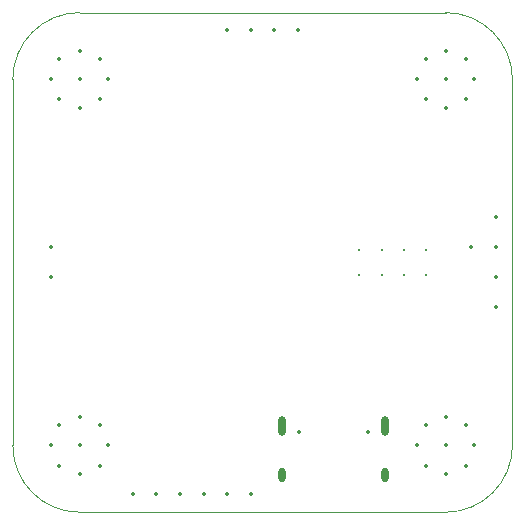
<source format=gko>
%TF.GenerationSoftware,KiCad,Pcbnew,8.0.4*%
%TF.CreationDate,2024-08-27T17:51:02+02:00*%
%TF.ProjectId,stepper_driver_PCB,73746570-7065-4725-9f64-72697665725f,rev?*%
%TF.SameCoordinates,Original*%
%TF.FileFunction,Profile,NP*%
%FSLAX46Y46*%
G04 Gerber Fmt 4.6, Leading zero omitted, Abs format (unit mm)*
G04 Created by KiCad (PCBNEW 8.0.4) date 2024-08-27 17:51:02*
%MOMM*%
%LPD*%
G01*
G04 APERTURE LIST*
%TA.AperFunction,Profile*%
%ADD10C,0.050000*%
%TD*%
%ADD11C,0.350000*%
%ADD12O,0.600000X1.700000*%
%ADD13O,0.600000X1.200000*%
%ADD14C,0.300000*%
G04 APERTURE END LIST*
D10*
X136650000Y-111000000D02*
X136650000Y-80000000D01*
X100000000Y-74350000D02*
X131000000Y-74350000D01*
X131000000Y-74350000D02*
G75*
G02*
X136650000Y-80000000I0J-5650000D01*
G01*
X100000000Y-116650000D02*
G75*
G02*
X94350000Y-111000000I0J5650000D01*
G01*
X94350000Y-111000000D02*
X94350000Y-80000000D01*
X100000000Y-116650000D02*
X131000000Y-116650000D01*
X94350000Y-80000000D02*
G75*
G02*
X100000000Y-74350000I5650000J0D01*
G01*
X136650000Y-111000000D02*
G75*
G02*
X131000000Y-116650000I-5650000J0D01*
G01*
D11*
X114500000Y-115150000D03*
X112499999Y-115150000D03*
X110500000Y-115150000D03*
X108500000Y-115150000D03*
X106500000Y-115150000D03*
X104500000Y-115150000D03*
X118500000Y-75850000D03*
X116499999Y-75850000D03*
X114500000Y-75850000D03*
X112500000Y-75850000D03*
X128600000Y-80000000D03*
X129302944Y-78302944D03*
X129302944Y-81697056D03*
X131000000Y-77600000D03*
X131000000Y-80000000D03*
X131000000Y-82400000D03*
X132697056Y-78302944D03*
X132697056Y-81697056D03*
X133400000Y-80000000D03*
X97600000Y-94200000D03*
X97600000Y-96740000D03*
X118610000Y-109845000D03*
X124390000Y-109845000D03*
D12*
X117180000Y-109345000D03*
D13*
X117180000Y-113525000D03*
D12*
X125820000Y-109345000D03*
D13*
X125820000Y-113525000D03*
D11*
X97600000Y-80000000D03*
X98302944Y-78302944D03*
X98302944Y-81697056D03*
X100000000Y-77600000D03*
X100000000Y-80000000D03*
X100000000Y-82400000D03*
X101697056Y-78302944D03*
X101697056Y-81697056D03*
X102400000Y-80000000D03*
X133140000Y-94170000D03*
X135300000Y-99250000D03*
X135300000Y-96710000D03*
X135300000Y-94170001D03*
X135300000Y-91630000D03*
X128600000Y-111000000D03*
X129302944Y-109302944D03*
X129302944Y-112697056D03*
X131000000Y-108600000D03*
X131000000Y-111000000D03*
X131000000Y-113400000D03*
X132697056Y-109302944D03*
X132697056Y-112697056D03*
X133400000Y-111000000D03*
X97600000Y-111000000D03*
X98302944Y-109302944D03*
X98302944Y-112697056D03*
X100000000Y-108600000D03*
X100000000Y-111000000D03*
X100000000Y-113400000D03*
X101697056Y-109302944D03*
X101697056Y-112697056D03*
X102400000Y-111000000D03*
D14*
X123700000Y-96575000D03*
X125566667Y-96575000D03*
X127433333Y-96575000D03*
X129300000Y-96575000D03*
X123700000Y-94425000D03*
X125566667Y-94425000D03*
X127433333Y-94425000D03*
X129300000Y-94425000D03*
M02*

</source>
